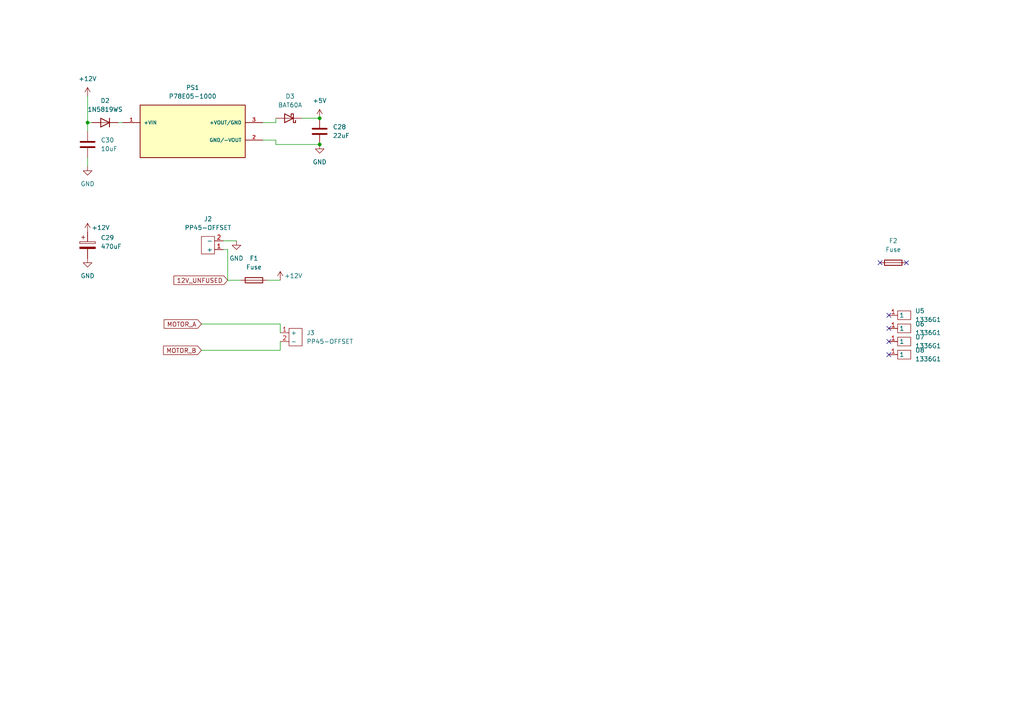
<source format=kicad_sch>
(kicad_sch (version 20211123) (generator eeschema)
  (paper "A4")
  (lib_symbols
    (symbol "01-rickbassham:1336G1"
      (property "Reference" "U" (at 0 0 0))
      (property "Value" "1336G1" (at 0 0 0))
      (symbol "1336G1_0_1"
        (rectangle (start 2.54 -2.54) (end 6.35 -5.08))
      )
      (symbol "1336G1_1_1"
        (pin passive line (at 0 -3.81 0) (length 2.54) (name "1") (number "1"))
      )
    )
    (symbol "01-rickbassham:PP45-OFFSET"
      (property "Reference" "J" (at 0 0 0))
      (property "Value" "PP45-OFFSET" (at 0 2.54 0))
      (symbol "PP45-OFFSET_0_1"
        (rectangle (start 0 -2.54) (end 3.81 -7.62))
      )
      (symbol "PP45-OFFSET_1_1"
        (pin power_in line (at -2.54 -3.81 0) (length 2.54) (name "+") (number "1"))
        (pin power_in line (at -2.54 -6.35 0) (length 2.54) (name "-") (number "2"))
      )
    )
    (symbol "Device:C" (pin_numbers hide) (pin_names (offset 0.254))
      (property "Reference" "C" (at 0.635 2.54 0))
      (property "Value" "C" (at 0.635 -2.54 0))
      (symbol "C_0_1"
        (polyline (pts (xy -2.032 -0.762) (xy 2.032 -0.762)) (stroke (width 0.508)))
        (polyline (pts (xy -2.032 0.762) (xy 2.032 0.762)) (stroke (width 0.508)))
      )
      (symbol "C_1_1"
        (pin passive line (at 0 3.81 270) (length 2.794) (name "~") (number "1"))
        (pin passive line (at 0 -3.81 90) (length 2.794) (name "~") (number "2"))
      )
    )
    (symbol "Device:C_Polarized" (pin_numbers hide) (pin_names (offset 0.254))
      (property "Reference" "C" (at 0.635 2.54 0))
      (property "Value" "C_Polarized" (at 0.635 -2.54 0))
      (symbol "C_Polarized_0_1"
        (rectangle (start -2.286 0.508) (end 2.286 1.016))
        (polyline (pts (xy -1.778 2.286) (xy -0.762 2.286)))
        (polyline (pts (xy -1.27 2.794) (xy -1.27 1.778)))
        (rectangle (start 2.286 -0.508) (end -2.286 -1.016) (fill (type outline)))
      )
      (symbol "C_Polarized_1_1"
        (pin passive line (at 0 3.81 270) (length 2.794) (name "~") (number "1"))
        (pin passive line (at 0 -3.81 90) (length 2.794) (name "~") (number "2"))
      )
    )
    (symbol "Device:D_Schottky" (pin_numbers hide) (pin_names (offset 1.016) hide)
      (property "Reference" "D" (at 0 2.54 0))
      (property "Value" "D_Schottky" (at 0 -2.54 0))
      (symbol "D_Schottky_0_1"
        (polyline (pts (xy 1.27 0) (xy -1.27 0)))
        (polyline (pts (xy 1.27 1.27) (xy 1.27 -1.27) (xy -1.27 0) (xy 1.27 1.27)) (stroke (width 0.254)))
        (polyline (pts (xy -1.905 0.635) (xy -1.905 1.27) (xy -1.27 1.27) (xy -1.27 -1.27) (xy -0.635 -1.27) (xy -0.635 -0.635)) (stroke (width 0.254)))
      )
      (symbol "D_Schottky_1_1"
        (pin passive line (at -3.81 0 0) (length 2.54) (name "K") (number "1"))
        (pin passive line (at 3.81 0 180) (length 2.54) (name "A") (number "2"))
      )
    )
    (symbol "Device:Fuse" (pin_numbers hide) (pin_names (offset 0))
      (property "Reference" "F" (at 2.032 0 90))
      (property "Value" "Fuse" (at -1.905 0 90))
      (symbol "Fuse_0_1"
        (rectangle (start -0.762 -2.54) (end 0.762 2.54) (stroke (width 0.254)))
        (polyline (pts (xy 0 2.54) (xy 0 -2.54)))
      )
      (symbol "Fuse_1_1"
        (pin passive line (at 0 3.81 270) (length 1.27) (name "~") (number "1"))
        (pin passive line (at 0 -3.81 90) (length 1.27) (name "~") (number "2"))
      )
    )
    (symbol "Diode:1N4001" (pin_numbers hide) (pin_names (offset 1.016) hide)
      (property "Reference" "D" (at 0 2.54 0))
      (property "Value" "1N4001" (at 0 -2.54 0))
      (symbol "1N4001_0_1"
        (polyline (pts (xy -1.27 1.27) (xy -1.27 -1.27)) (stroke (width 0.254)))
        (polyline (pts (xy 1.27 0) (xy -1.27 0)))
        (polyline (pts (xy 1.27 1.27) (xy 1.27 -1.27) (xy -1.27 0) (xy 1.27 1.27)) (stroke (width 0.254)))
      )
      (symbol "1N4001_1_1"
        (pin passive line (at -3.81 0 0) (length 2.54) (name "K") (number "1"))
        (pin passive line (at 3.81 0 180) (length 2.54) (name "A") (number "2"))
      )
    )
    (symbol "power:+12V" (power) (pin_names (offset 0))
      (property "Value" "+12V" (at 0 3.556 0))
      (symbol "+12V_0_1"
        (polyline (pts (xy -0.762 1.27) (xy 0 2.54)))
        (polyline (pts (xy 0 0) (xy 0 2.54)))
        (polyline (pts (xy 0 2.54) (xy 0.762 1.27)))
      )
      (symbol "+12V_1_1"
        (pin power_in line (at 0 0 90) (length 0) hide (name "+12V") (number "1"))
      )
    )
    (symbol "power:+5V" (power) (pin_names (offset 0))
      (property "Value" "+5V" (at 0 3.556 0))
      (symbol "+5V_0_1"
        (polyline (pts (xy -0.762 1.27) (xy 0 2.54)))
        (polyline (pts (xy 0 0) (xy 0 2.54)))
        (polyline (pts (xy 0 2.54) (xy 0.762 1.27)))
      )
      (symbol "+5V_1_1"
        (pin power_in line (at 0 0 90) (length 0) hide (name "+5V") (number "1"))
      )
    )
    (symbol "power:GND" (power) (pin_names (offset 0))
      (property "Value" "GND" (at 0 -3.81 0))
      (symbol "GND_0_1"
        (polyline (pts (xy 0 0) (xy 0 -1.27) (xy 1.27 -1.27) (xy 0 -2.54) (xy -1.27 -1.27) (xy 0 -1.27)))
      )
      (symbol "GND_1_1"
        (pin power_in line (at 0 0 270) (length 0) hide (name "GND") (number "1"))
      )
    )
    (symbol "w5100s-evb-pico:P78E05-1000" (pin_names (offset 1.016))
      (property "Reference" "PS" (at -15.24 7.62 0))
      (property "Value" "P78E05-1000" (at -15.24 -10.16 0))
      (symbol "P78E05-1000_0_0"
        (rectangle (start -15.24 -7.62) (end 15.24 7.62) (stroke (width 0.254)) (fill (type background)))
        (pin input line (at -20.32 2.54 0) (length 5.08) (name "+VIN") (number "1"))
        (pin power_in line (at 20.32 -2.54 180) (length 5.08) (name "GND/-VOUT") (number "2"))
        (pin power_in line (at 20.32 2.54 180) (length 5.08) (name "+VOUT/GND") (number "3"))
      )
    )
  )
  (junction (at 92.71 41.91))
  (junction (at 25.4 35.56))
  (junction (at 92.71 34.29))
  (no_connect (at 257.81 95.25))
  (no_connect (at 257.81 91.44))
  (no_connect (at 262.89 76.2))
  (no_connect (at 255.27 76.2))
  (no_connect (at 257.81 102.87))
  (no_connect (at 257.81 99.06))
  (wire (pts (xy 87.63 34.29) (xy 92.71 34.29)))
  (wire (pts (xy 76.2 40.64) (xy 80.01 40.64)))
  (wire (pts (xy 25.4 27.94) (xy 25.4 35.56)))
  (wire (pts (xy 81.28 101.6) (xy 81.28 99.06)))
  (wire (pts (xy 80.01 41.91) (xy 92.71 41.91)))
  (wire (pts (xy 25.4 45.72) (xy 25.4 48.26)))
  (wire (pts (xy 58.42 93.98) (xy 81.28 93.98)))
  (wire (pts (xy 25.4 35.56) (xy 25.4 38.1)))
  (wire (pts (xy 77.47 81.28) (xy 81.28 81.28)))
  (wire (pts (xy 69.85 81.28) (xy 66.04 81.28)))
  (wire (pts (xy 64.77 72.39) (xy 66.04 72.39)))
  (wire (pts (xy 26.67 35.56) (xy 25.4 35.56)))
  (wire (pts (xy 76.2 35.56) (xy 80.01 35.56)))
  (wire (pts (xy 58.42 101.6) (xy 81.28 101.6)))
  (wire (pts (xy 80.01 35.56) (xy 80.01 34.29)))
  (wire (pts (xy 81.28 93.98) (xy 81.28 96.52)))
  (wire (pts (xy 66.04 72.39) (xy 66.04 81.28)))
  (wire (pts (xy 64.77 69.85) (xy 68.58 69.85)))
  (wire (pts (xy 80.01 40.64) (xy 80.01 41.91)))
  (wire (pts (xy 34.29 35.56) (xy 35.56 35.56)))
  (global_label "MOTOR_B" (shape input) (at 58.42 101.6 180) (property "Intersheet References" "${INTERSHEET_REFS}" (effects hide)))
  (global_label "12V_UNFUSED" (shape input) (at 66.04 81.28 180) (property "Intersheet References" "${INTERSHEET_REFS}" (effects hide)))
  (global_label "MOTOR_A" (shape input) (at 58.42 93.98 180) (property "Intersheet References" "${INTERSHEET_REFS}" (effects hide)))
  (symbol (lib_id "power:+5V") (at 92.71 34.29 0) (unit 1)
    (property "Reference" "#PWR053" (effects hide))
    (property "Value" "+5V" (at 92.71 29.21 0))
  )
  (symbol (lib_id "01-rickbassham:1336G1") (at 257.81 95.25 0) (unit 1) (on_board no)
    (property "Reference" "U7" (at 265.43 97.7899 0) (effects (justify left)))
    (property "Value" "1336G1" (at 265.43 100.3299 0) (effects (justify left)))
    (property "Datasheet" "https://www.andersonpower.com/content/dam/app/ecommerce/product-pdfs/DS-PP1545.pdf" (effects hide))
    (property "DigiKey Part" "2243-1336G1-ND" (effects hide))
    (property "Manufacturer Part" "1336G1" (effects hide))
    (property "PurchaseLink" "https://www.digikey.com/en/products/detail/anderson-power-products-inc/1336G1/10650490" (effects hide))
  )
  (symbol (lib_id "power:GND") (at 25.4 48.26 0) (unit 1)
    (property "Reference" "#PWR055" (effects hide))
    (property "Value" "GND" (at 25.4 53.34 0))
  )
  (symbol (lib_id "Device:C_Polarized") (at 25.4 71.12 0) (unit 1)
    (property "Reference" "C29" (at 29.21 68.9609 0) (effects (justify left)))
    (property "Value" "470uF" (at 29.21 71.5009 0) (effects (justify left)))
    (property "Footprint" "Capacitor_SMD:CP_Elec_6.3x7.7" (effects hide))
    (property "DigiKey Part" "732-8831-1-ND" (effects hide))
    (property "Manufacturer Part" "860020474014" (effects hide))
    (property "PurchaseLink" "https://www.digikey.com/en/products/detail/w%C3%BCrth-elektronik/860020474014/5727068" (effects hide))
    (property "LCSC" "C114446" (effects hide))
  )
  (symbol (lib_id "Device:C") (at 92.71 38.1 0) (unit 1)
    (property "Reference" "C28" (at 96.52 36.8299 0) (effects (justify left)))
    (property "Value" "22uF" (at 96.52 39.3699 0) (effects (justify left)))
    (property "Footprint" "Capacitor_SMD:C_0603_1608Metric" (effects hide))
    (property "DigiKey Part" "445-173294-1-ND" (effects hide))
    (property "Manufacturer Part" "FG20X7R1C226MRT06" (effects hide))
    (property "PurchaseLink" "https://www.digikey.com/en/products/detail/tdk-corporation/FG20X7R1C226MRT06/5802908" (effects hide))
    (property "LCSC" "C59461" (effects hide))
  )
  (symbol (lib_id "01-rickbassham:1336G1") (at 257.81 91.44 0) (unit 1) (on_board no)
    (property "Reference" "U6" (at 265.43 93.9799 0) (effects (justify left)))
    (property "Value" "1336G1" (at 265.43 96.5199 0) (effects (justify left)))
    (property "Datasheet" "https://www.andersonpower.com/content/dam/app/ecommerce/product-pdfs/DS-PP1545.pdf" (effects hide))
    (property "DigiKey Part" "2243-1336G1-ND" (effects hide))
    (property "Manufacturer Part" "1336G1" (effects hide))
    (property "PurchaseLink" "https://www.digikey.com/en/products/detail/anderson-power-products-inc/1336G1/10650490" (effects hide))
  )
  (symbol (lib_id "Diode:1N4001") (at 30.48 35.56 180) (unit 1)
    (property "Reference" "D2" (at 30.48 29.21 0))
    (property "Value" "1N5819WS" (at 30.48 31.75 0))
    (property "Footprint" "Diode_SMD:D_SOD-323" (effects hide))
    (property "LCSC" "C191023" (effects hide))
  )
  (symbol (lib_id "power:+12V") (at 81.28 81.28 0) (unit 1)
    (property "Reference" "#PWR067" (effects hide))
    (property "Value" "+12V" (at 85.09 80.01 0))
  )
  (symbol (lib_id "01-rickbassham:1336G1") (at 257.81 99.06 0) (unit 1) (on_board no)
    (property "Reference" "U8" (at 265.43 101.5999 0) (effects (justify left)))
    (property "Value" "1336G1" (at 265.43 104.1399 0) (effects (justify left)))
    (property "Datasheet" "https://www.andersonpower.com/content/dam/app/ecommerce/product-pdfs/DS-PP1545.pdf" (effects hide))
    (property "DigiKey Part" "2243-1336G1-ND" (effects hide))
    (property "Manufacturer Part" "1336G1" (effects hide))
    (property "PurchaseLink" "https://www.digikey.com/en/products/detail/anderson-power-products-inc/1336G1/10650490" (effects hide))
  )
  (symbol (lib_id "Device:C") (at 25.4 41.91 0) (unit 1)
    (property "Reference" "C30" (at 29.21 40.6399 0) (effects (justify left)))
    (property "Value" "10uF" (at 29.21 43.1799 0) (effects (justify left)))
    (property "Footprint" "Capacitor_SMD:C_0603_1608Metric" (effects hide))
    (property "DigiKey Part" "445-173297-1-ND" (effects hide))
    (property "Manufacturer Part" "FG20X7R1H106KRT06" (effects hide))
    (property "PurchaseLink" "https://www.digikey.com/en/products/detail/tdk-corporation/FG20X7R1H106KRT06/5802911" (effects hide))
    (property "LCSC" "C96446" (effects hide))
  )
  (symbol (lib_id "01-rickbassham:PP45-OFFSET") (at 62.23 76.2 180) (unit 1) (in_bom no)
    (property "Reference" "J2" (at 60.325 63.5 0))
    (property "Value" "PP45-OFFSET" (at 60.325 66.04 0))
    (property "Footprint" "01-rickbassham:PP45-SHORT" (effects hide))
    (property "DigiKey Part" "2243-1336G1-ND" (effects hide))
    (property "Manufacturer Part" "1336G1" (effects hide))
    (property "PurchaseLink" "https://www.digikey.com/en/products/detail/anderson-power-products-inc/1336G1/10650490" (effects hide))
  )
  (symbol (lib_id "01-rickbassham:PP45-OFFSET") (at 83.82 92.71 0) (unit 1) (in_bom no)
    (property "Reference" "J3" (at 88.9 96.5199 0) (effects (justify left)))
    (property "Value" "PP45-OFFSET" (at 88.9 99.0599 0) (effects (justify left)))
    (property "Footprint" "01-rickbassham:PP45-SHORT" (effects hide))
    (property "DigiKey Part" "2243-1336G1-ND" (effects hide))
    (property "Manufacturer Part" "1336G1" (effects hide))
    (property "PurchaseLink" "https://www.digikey.com/en/products/detail/anderson-power-products-inc/1336G1/10650490" (effects hide))
  )
  (symbol (lib_id "Device:Fuse") (at 73.66 81.28 90) (unit 1)
    (property "Reference" "F1" (at 73.66 74.93 90))
    (property "Value" "Fuse" (at 73.66 77.47 90))
    (property "Footprint" "01-rickbassham:Keystone 3522-2 Fuse Holder" (effects hide))
    (property "DigiKey Part" "36-3522-2-ND" (effects hide))
    (property "Manufacturer Part" "3522-2" (effects hide))
    (property "PurchaseLink" "https://www.digikey.com/en/products/detail/keystone-electronics/3522-2/151571" (effects hide))
  )
  (symbol (lib_id "power:GND") (at 25.4 74.93 0) (unit 1)
    (property "Reference" "#PWR061" (effects hide))
    (property "Value" "GND" (at 25.4 80.01 0))
  )
  (symbol (lib_id "power:GND") (at 92.71 41.91 0) (unit 1)
    (property "Reference" "#PWR054" (effects hide))
    (property "Value" "GND" (at 92.71 46.99 0))
  )
  (symbol (lib_id "01-rickbassham:1336G1") (at 257.81 87.63 0) (unit 1) (on_board no)
    (property "Reference" "U5" (at 265.43 90.1699 0) (effects (justify left)))
    (property "Value" "1336G1" (at 265.43 92.7099 0) (effects (justify left)))
    (property "Datasheet" "https://www.andersonpower.com/content/dam/app/ecommerce/product-pdfs/DS-PP1545.pdf" (effects hide))
    (property "DigiKey Part" "2243-1336G1-ND" (effects hide))
    (property "Manufacturer Part" "1336G1" (effects hide))
    (property "PurchaseLink" "https://www.digikey.com/en/products/detail/anderson-power-products-inc/1336G1/10650490" (effects hide))
  )
  (symbol (lib_id "power:+12V") (at 25.4 67.31 0) (unit 1)
    (property "Reference" "#PWR060" (effects hide))
    (property "Value" "+12V" (at 29.21 66.04 0))
  )
  (symbol (lib_id "Device:Fuse") (at 259.08 76.2 90) (unit 1) (on_board no)
    (property "Reference" "F2" (at 259.08 69.85 90))
    (property "Value" "Fuse" (at 259.08 72.39 90))
    (property "DigiKey Part" "F4202-ND" (effects hide))
    (property "Manufacturer Part" "0287030.PXCN" (effects hide))
    (property "PurchaseLink" "https://www.digikey.com/en/products/detail/littelfuse-inc/0287030-PXCN/2519828" (effects hide))
  )
  (symbol (lib_id "power:GND") (at 68.58 69.85 0) (unit 1)
    (property "Reference" "#PWR064" (effects hide))
    (property "Value" "GND" (at 68.58 74.93 0))
  )
  (symbol (lib_id "power:+12V") (at 25.4 27.94 0) (unit 1)
    (property "Reference" "#PWR052" (effects hide))
    (property "Value" "+12V" (at 25.4 22.86 0))
  )
  (symbol (lib_id "w5100s-evb-pico:P78E05-1000") (at 55.88 38.1 0) (unit 1)
    (property "Reference" "PS1" (at 55.88 25.4 0))
    (property "Value" "P78E05-1000" (at 55.88 27.94 0))
    (property "Footprint" "01-rickbassham:CONV_P78E05-1000" (effects hide))
    (property "PurchaseLink" "https://www.digikey.com/en/products/detail/cui-inc/P78E05-1000/9649654" (effects hide))
    (property "Manufacturer Part" "P78E05-1000" (effects hide))
    (property "DigiKey Part" "102-5018-ND" (effects hide))
  )
  (symbol (lib_id "Device:D_Schottky") (at 83.82 34.29 180) (unit 1)
    (property "Reference" "D3" (at 84.1375 27.94 0))
    (property "Value" "BAT60A" (at 84.1375 30.48 0))
    (property "Footprint" "Diode_SMD:D_SOD-323" (effects hide))
    (property "Manufacturer PN" "BAT60AE6327HTSA1" (effects hide))
    (property "LCSC" "C520634" (effects hide))
  )
)
</source>
